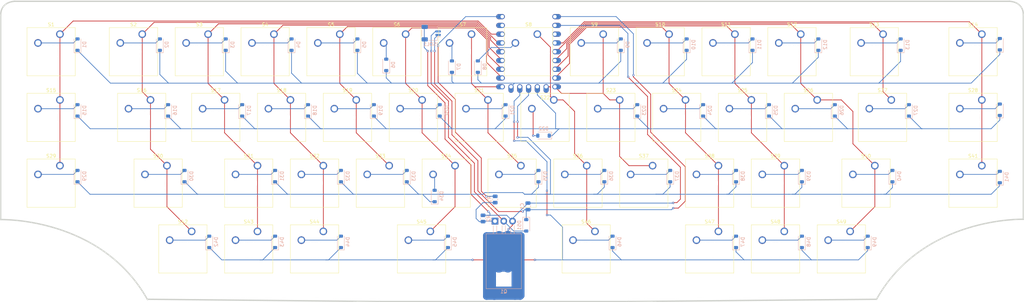
<source format=kicad_pcb>
(kicad_pcb (version 20241229) (generator "pcbnew") (generator_version "9.0")
  (layers (0 "F.Cu" signal) (2 "B.Cu" signal) (13 "F.Paste" user) (15 "B.Paste" user) (5 "F.SilkS" user "F.Silkscreen") (7 "B.SilkS" user "B.Silkscreen") (1 "F.Mask" user) (3 "B.Mask" user) (25 "Edge.Cuts" user))
  (net 0 "")
  (net 1 "Net-(D2-A)")
  (net 2 "col1")
  (net 3 "Net-(D1-A)")
  (net 4 "col2")
  (net 5 "col3")
  (net 6 "Net-(D3-A)")
  (net 7 "Net-(D4-A)")
  (net 8 "col4")
  (net 9 "Net-(D5-A)")
  (net 10 "col5")
  (net 11 "col6")
  (net 12 "Net-(D6-A)")
  (net 13 "col7")
  (net 14 "Net-(D7-A)")
  (net 15 "Net-(D8-A)")
  (net 16 "col8")
  (net 17 "col9")
  (net 18 "Net-(D9-A)")
  (net 19 "Net-(D10-A)")
  (net 20 "col10")
  (net 21 "col11")
  (net 22 "Net-(D11-A)")
  (net 23 "Net-(D12-A)")
  (net 24 "col12")
  (net 25 "Net-(D13-A)")
  (net 26 "Net-(D14-A)")
  (net 27 "Net-(D15-A)")
  (net 28 "Net-(D16-A)")
  (net 29 "Net-(D17-A)")
  (net 30 "Net-(D18-A)")
  (net 31 "Net-(D19-A)")
  (net 32 "Net-(D20-A)")
  (net 33 "Net-(D21-A)")
  (net 34 "Net-(D22-A)")
  (net 35 "Net-(D23-A)")
  (net 36 "Net-(D24-A)")
  (net 37 "Net-(D25-A)")
  (net 38 "Net-(D26-A)")
  (net 39 "Net-(D27-A)")
  (net 40 "Net-(D28-A)")
  (net 41 "Net-(D29-A)")
  (net 42 "Net-(D30-A)")
  (net 43 "Net-(D31-A)")
  (net 44 "Net-(D32-A)")
  (net 45 "Net-(D33-A)")
  (net 46 "Net-(D34-A)")
  (net 47 "Net-(D35-A)")
  (net 48 "Net-(D36-A)")
  (net 49 "Net-(D37-A)")
  (net 50 "Net-(D38-A)")
  (net 51 "Net-(D39-A)")
  (net 52 "Net-(D40-A)")
  (net 53 "Net-(D42-A)")
  (net 54 "Net-(D43-A)")
  (net 55 "col13")
  (net 56 "Net-(D44-A)")
  (net 57 "Net-(D45-A)")
  (net 58 "Net-(D46-A)")
  (net 59 "col0")
  (net 60 "Net-(D47-A)")
  (net 61 "Net-(D48-A)")
  (net 62 "Net-(D49-A)")
  (net 63 "row2")
  (net 64 "row1")
  (net 65 "row3")
  (net 66 "row0")
  (net 67 "/+5V_SOL")
  (net 68 "/SOLENOID_EN")
  (net 69 "/COIL_LOW")
  (net 70 "Net-(Q1-G)")
  (net 73 "/GND")
  (net 74 "Net-(D41-A)")
  (footprint "Button_Switch_Keyboard:SW_Cherry_MX_1.00u_PCB" (layer "F.Cu") (at 100.0125 38.1)
    (property "Reference" "S4")
    (property "Value" "W")
  )
  (footprint "Button_Switch_Keyboard:SW_Cherry_MX_1.00u_PCB" (layer "F.Cu") (at 76.2 95.25)
    (property "Reference" "S42")
    (property "Value" "Ctrl")
  )
  (footprint "Button_Switch_Keyboard:SW_Cherry_MX_1.00u_PCB" (layer "F.Cu") (at 304.8 76.2)
    (property "Reference" "S41")
    (property "Value" "m6")
  )
  (footprint "Button_Switch_Keyboard:SW_Cherry_MX_2.25u_PCB" (layer "F.Cu") (at 145.25625 95.25)
    (property "Reference" "S45")
    (property "Value" "LeftSpace")
  )
  (footprint "Button_Switch_Keyboard:SW_Cherry_MX_1.00u_PCB" (layer "F.Cu") (at 38.1 38.1)
    (property "Reference" "S1")
    (property "Value" "m1")
  )
  (footprint "Button_Switch_Keyboard:SW_Cherry_MX_1.25u_PCB" (layer "F.Cu") (at 278.60625 57.15)
    (property "Reference" "S27")
    (property "Value" "Enter")
  )
  (footprint "Button_Switch_Keyboard:SW_Cherry_MX_1.00u_PCB" (layer "F.Cu") (at 228.6 76.2)
    (property "Reference" "S38")
    (property "Value" ",")
  )
  (footprint "Button_Switch_Keyboard:SW_Cherry_MX_1.00u_PCB" (layer "F.Cu") (at 61.9125 38.1)
    (property "Reference" "S2")
    (property "Value" "Esc")
  )
  (footprint "Button_Switch_Keyboard:SW_Cherry_MX_1.00u_PCB" (layer "F.Cu") (at 138.1125 38.1)
    (property "Reference" "S6")
    (property "Value" "R")
  )
  (footprint "Button_Switch_Keyboard:SW_Cherry_MX_1.00u_PCB" (layer "F.Cu") (at 171.45 76.2)
    (property "Reference" "S35")
    (property "Value" "B")
  )
  (footprint "Button_Switch_Keyboard:SW_Cherry_MX_1.00u_PCB" (layer "F.Cu") (at 190.5 76.2)
    (property "Reference" "S36")
    (property "Value" "N")
  )
  (footprint "Button_Switch_Keyboard:SW_Cherry_MX_1.00u_PCB" (layer "F.Cu") (at 142.875 57.15)
    (property "Reference" "S20")
    (property "Value" "F")
  )
  (footprint "Button_Switch_Keyboard:SW_Cherry_MX_1.00u_PCB" (layer "F.Cu") (at 247.65 76.2)
    (property "Reference" "S39")
    (property "Value" "Up")
  )
  (footprint "Button_Switch_Keyboard:SW_Cherry_MX_1.00u_PCB" (layer "F.Cu") (at 304.8 38.1)
    (property "Reference" "S14")
    (property "Value" "m4")
  )
  (footprint "Button_Switch_Keyboard:SW_Cherry_MX_2.75u_PCB" (layer "F.Cu") (at 192.88125 95.25)
    (property "Reference" "S46")
    (property "Value" "RightSpace")
  )
  (footprint "Button_Switch_Keyboard:SW_Cherry_MX_1.00u_PCB" (layer "F.Cu") (at 214.3125 38.1)
    (property "Reference" "S10")
    (property "Value" "I")
  )
  (footprint "Button_Switch_Keyboard:SW_Cherry_MX_1.00u_PCB" (layer "F.Cu") (at 266.7 95.25)
    (property "Reference" "S49")
    (property "Value" "Right")
  )
  (footprint "Button_Switch_Keyboard:SW_Cherry_MX_1.00u_PCB" (layer "F.Cu") (at 157.1625 38.1)
    (property "Reference" "S7")
    (property "Value" "T")
  )
  (footprint "Button_Switch_Keyboard:SW_Cherry_MX_1.00u_PCB" (layer "F.Cu") (at 219.075 57.15)
    (property "Reference" "S24")
    (property "Value" "K")
  )
  (footprint "Button_Switch_Keyboard:SW_Cherry_MX_1.00u_PCB" (layer "F.Cu") (at 176.2125 38.1)
    (property "Reference" "S8")
    (property "Value" "Y")
  )
  (footprint "Button_Switch_Keyboard:SW_Cherry_MX_1.00u_PCB" (layer "F.Cu") (at 80.9625 38.1)
    (property "Reference" "S3")
    (property "Value" "Q")
  )
  (footprint "Button_Switch_Keyboard:SW_Cherry_MX_1.00u_PCB" (layer "F.Cu") (at 133.35 76.2)
    (property "Reference" "S33")
    (property "Value" "C")
  )
  (footprint "Button_Switch_Keyboard:SW_Cherry_MX_1.00u_PCB" (layer "F.Cu") (at 152.4 76.2)
    (property "Reference" "S34")
    (property "Value" "V")
  )
  (footprint "Button_Switch_Keyboard:SW_Cherry_MX_1.00u_PCB" (layer "F.Cu") (at 38.1 57.15)
    (property "Reference" "S15")
    (property "Value" "m2")
  )
  (footprint "Button_Switch_Keyboard:SW_Cherry_MX_1.00u_PCB" (layer "F.Cu") (at 104.775 57.15)
    (property "Reference" "S18")
    (property "Value" "S")
  )
  (footprint "Button_Switch_Keyboard:SW_Cherry_MX_1.00u_PCB" (layer "F.Cu") (at 95.25 76.2)
    (property "Reference" "S31")
    (property "Value" "Z")
  )
  (footprint "Button_Switch_Keyboard:SW_Cherry_MX_1.00u_PCB" (layer "F.Cu") (at 233.3625 38.1)
    (property "Reference" "S11")
    (property "Value" "O")
  )
  (footprint "Button_Switch_Keyboard:SW_Cherry_MX_1.00u_PCB" (layer "F.Cu") (at 257.175 57.15)
    (property "Reference" "S26")
    (property "Value" ";")
  )
  (footprint "Button_Switch_Keyboard:SW_Cherry_MX_1.00u_PCB" (layer "F.Cu") (at 38.1 76.2)
    (property "Reference" "S29")
    (property "Value" "m3")
  )
  (footprint "Button_Switch_Keyboard:SW_Cherry_MX_1.00u_PCB" (layer "F.Cu") (at 252.4125 38.1)
    (property "Reference" "S12")
    (property "Value" "P")
  )
  (footprint "Button_Switch_Keyboard:SW_Cherry_MX_1.00u_PCB" (layer "F.Cu") (at 161.925 57.15)
    (property "Reference" "S21")
    (property "Value" "G")
  )
  (footprint "Button_Switch_Keyboard:SW_Cherry_MX_1.75u_PCB" (layer "F.Cu") (at 69.05625 76.2)
    (property "Reference" "S30")
    (property "Value" "Shift")
  )
  (footprint "Button_Switch_Keyboard:SW_Cherry_MX_1.00u_PCB" (layer "F.Cu") (at 228.6 95.25)
    (property "Reference" "S47")
    (property "Value" "Left")
  )
  (footprint "Button_Switch_Keyboard:SW_Cherry_MX_1.00u_PCB" (layer "F.Cu") (at 114.3 76.2)
    (property "Reference" "S32")
    (property "Value" "X")
  )
  (footprint "Button_Switch_Keyboard:SW_Cherry_MX_1.50u_PCB" (layer "F.Cu") (at 276.225 38.1)
    (property "Reference" "S13")
    (property "Value" "Backspace")
  )
  (footprint "Button_Switch_Keyboard:SW_Cherry_MX_1.00u_PCB" (layer "F.Cu") (at 95.25 95.25)
    (property "Reference" "S43")
    (property "Value" "Windows")
  )
  (footprint "Button_Switch_Keyboard:SW_Cherry_MX_1.00u_PCB" (layer "F.Cu") (at 304.8 57.15)
    (property "Reference" "S28")
    (property "Value" "m5")
  )
  (footprint "Button_Switch_Keyboard:SW_Cherry_MX_1.00u_PCB" (layer "F.Cu") (at 238.125 57.15)
    (property "Reference" "S25")
    (property "Value" "L")
  )
  (footprint "Button_Switch_Keyboard:SW_Cherry_MX_1.00u_PCB" (layer "F.Cu") (at 119.0625 38.1)
    (property "Reference" "S5")
    (property "Value" "E")
  )
  (footprint "Button_Switch_Keyboard:SW_Cherry_MX_1.75u_PCB" (layer "F.Cu") (at 273.84375 76.2)
    (property "Reference" "S40")
    (property "Value" "Fn")
  )
  (footprint "Button_Switch_Keyboard:SW_Cherry_MX_1.00u_PCB" (layer "F.Cu") (at 123.825 57.15)
    (property "Reference" "S19")
    (property "Value" "D")
  )
  (footprint "Button_Switch_Keyboard:SW_Cherry_MX_1.00u_PCB" (layer "F.Cu") (at 114.3 95.25)
    (property "Reference" "S44")
    (property "Value" "Alt")
  )
  (footprint "Button_Switch_Keyboard:SW_Cherry_MX_1.25u_PCB" (layer "F.Cu") (at 64.29375 57.15)
    (property "Reference" "S16")
    (property "Value" "Tab")
  )
  (footprint "Button_Switch_Keyboard:SW_Cherry_MX_1.00u_PCB" (layer "F.Cu") (at 247.65 95.25)
    (property "Reference" "S48")
    (property "Value" "Down")
  )
  (footprint "Button_Switch_Keyboard:SW_Cherry_MX_1.00u_PCB" (layer "F.Cu") (at 200.025 57.15)
    (property "Reference" "S23")
    (property "Value" "J")
  )
  (footprint "Button_Switch_Keyboard:SW_Cherry_MX_1.00u_PCB" (layer "F.Cu") (at 209.55 76.2)
    (property "Reference" "S37")
    (property "Value" "M")
  )
  (footprint "Button_Switch_Keyboard:SW_Cherry_MX_1.00u_PCB" (layer "F.Cu") (at 195.2625 38.1)
    (property "Reference" "S9")
    (property "Value" "U")
  )
  (footprint "Button_Switch_Keyboard:SW_Cherry_MX_1.00u_PCB" (layer "F.Cu") (at 85.725 57.15)
    (property "Reference" "S17")
    (property "Value" "A")
  )
  (footprint "Button_Switch_Keyboard:SW_Cherry_MX_1.00u_PCB" (layer "F.Cu") (at 180.975 57.15)
    (property "Reference" "S22")
    (property "Value" "H")
  )
  (footprint "Connector_JST:JST_SH_SM02B-SRSS-TB_1x02-1MP_P1.00mm_Horizontal" (layer "B.Cu") (at 145.5 37.8 90)
    (property "Reference" "JSOL1")
    (property "Value" "Conn_01x02_MountingPin")
  )
  (footprint "Diode_SMD:D_SOD-123" (layer "B.Cu") (at 233.68 98.28 90)
    (property "Reference" "D47")
    (property "Value" "Diode")
  )
  (footprint "Diode_SMD:D_SOD-123" (layer "B.Cu") (at 176.53 79.23 90)
    (property "Reference" "D35")
    (property "Value" "Diode")
  )
  (footprint "Diode_SMD:D_SOD-123" (layer "B.Cu") (at 100.33 79.23 90)
    (property "Reference" "D31")
    (property "Value" "Diode")
  )
  (footprint "Diode_SMD:D_SOD-123" (layer "B.Cu") (at 146.5 85 90)
    (property "Reference" "D34")
    (property "Value" "Diode")
  )
  (footprint "Diode_SMD:D_SOD-123" (layer "B.Cu") (at 283.68625 60.18 90)
    (property "Reference" "D27")
    (property "Value" "Diode")
  )
  (footprint "Package_TO_SOT_THT:TO-220-3_Horizontal_TabDown" (layer "B.Cu") (at 163.96 92.27)
    (property "Reference" "Q1")
    (property "Value" "Q_NMOS_GDS")
  )
  (footprint "Diode_SMD:D_SOD-123" (layer "B.Cu") (at 224.155 60.18 90)
    (property "Reference" "D24")
    (property "Value" "Diode")
  )
  (footprint "Diode_SMD:D_SOD-123" (layer "B.Cu") (at 205.105 60.18 90)
    (property "Reference" "D23")
    (property "Value" "Diode")
  )
  (footprint "Diode_SMD:D_SOD-123" (layer "B.Cu") (at 243.205 60.18 90)
    (property "Reference" "D25")
    (property "Value" "Diode")
  )
  (footprint "Diode_SMD:D_SOD-123" (layer "B.Cu") (at 128.905 60.18 90)
    (property "Reference" "D19")
    (property "Value" "Diode")
  )
  (footprint "Diode_SMD:D_SOD-123" (layer "B.Cu") (at 43.18 79.23 90)
    (property "Reference" "D29")
    (property "Value" "Diode")
  )
  (footprint "Diode_SMD:D_SOD-123" (layer "B.Cu") (at 69.37375 60.18 90)
    (property "Reference" "D16")
    (property "Value" "Diode")
  )
  (footprint "Diode_SMD:D_SOD-123" (layer "B.Cu") (at 310 79.5 90)
    (property "Reference" "D41")
    (property "Value" "Diode")
  )
  (footprint "Diode_SMD:D_SOD-123" (layer "B.Cu") (at 271.78 98.28 90)
    (property "Reference" "D49")
    (property "Value" "Diode")
  )
  (footprint "Diode_SMD:D_SOD-123" (layer "B.Cu") (at 195.58 79.23 90)
    (property "Reference" "D36")
    (property "Value" "Diode")
  )
  (footprint "Diode_SMD:D_SOD-123" (layer "B.Cu") (at 150.33625 98.28 90)
    (property "Reference" "D45")
    (property "Value" "Diode")
  )
  (footprint "Diode_SMD:D_SOD-123" (layer "B.Cu") (at 159 47.5 90)
    (property "Reference" "D8")
    (property "Value" "Diode")
  )
  (footprint "Diode_SMD:D_SOD-123" (layer "B.Cu") (at 173 93.5 -90)
    (property "Reference" "D51")
    (property "Value" "D_Schottky")
  )
  (footprint "Diode_SMD:D_SOD-123" (layer "B.Cu") (at 43.18 41.13 90)
    (property "Reference" "D1")
    (property "Value" "Diode")
  )
  (footprint "Diode_SMD:D_SOD-123" (layer "B.Cu") (at 252.73 98.28 90)
    (property "Reference" "D48")
    (property "Value" "Diode")
  )
  (footprint "Diode_SMD:D_SOD-123" (layer "B.Cu") (at 119.38 98.28 90)
    (property "Reference" "D44")
    (property "Value" "Diode")
  )
  (footprint "Diode_SMD:D_SOD-123" (layer "B.Cu") (at 90.805 60.18 90)
    (property "Reference" "D17")
    (property "Value" "Diode")
  )
  (footprint "ScottoKeebs_MCU:RP2040_Zero" (layer "B.Cu") (at 173.6725 43.18 180)
    (property "Reference" "U1" (hide yes))
    (property "Value" "RP2040_Zero" (hide yes))
  )
  (footprint "Diode_SMD:D_SOD-123" (layer "B.Cu") (at 124.1425 41.13 90)
    (property "Reference" "D5")
    (property "Value" "Diode")
  )
  (footprint "Diode_SMD:D_SOD-123" (layer "B.Cu") (at 178 67.5 180)
    (property "Reference" "D22")
    (property "Value" "Diode")
  )
  (footprint "Diode_SMD:D_SOD-123" (layer "B.Cu") (at 66.9925 41.13 90)
    (property "Reference" "D2")
    (property "Value" "Diode")
  )
  (footprint "Resistor_SMD:R_0805_2012Metric" (layer "B.Cu") (at 160.5 91.5 90)
    (property "Reference" "R2")
    (property "Value" "100k")
  )
  (footprint "Diode_SMD:D_SOD-123" (layer "B.Cu") (at 147.955 60.18 90)
    (property "Reference" "D20")
    (property "Value" "Diode")
  )
  (footprint "Diode_SMD:D_SOD-123" (layer "B.Cu") (at 257.4925 41.13 90)
    (property "Reference" "D12")
    (property "Value" "Diode")
  )
  (footprint "Diode_SMD:D_SOD-123" (layer "B.Cu") (at 119.38 79.23 90)
    (property "Reference" "D32")
    (property "Value" "Diode")
  )
  (footprint "Diode_SMD:D_SOD-123" (layer "B.Cu") (at 138.43 79.23 90)
    (property "Reference" "D33")
    (property "Value" "Diode")
  )
  (footprint "Resistor_SMD:R_0805_2012Metric" (layer "B.Cu") (at 164 86 -90)
    (property "Reference" "R1")
    (property "Value" "100")
  )
  (footprint "Diode_SMD:D_SOD-123" (layer "B.Cu") (at 214.63 79.23 90)
    (property "Reference" "D37")
    (property "Value" "Diode")
  )
  (footprint "Diode_SMD:D_SOD-123" (layer "B.Cu") (at 109.855 60.18 90)
    (property "Reference" "D18")
    (property "Value" "Diode")
  )
  (footprint "Diode_SMD:D_SOD-123" (layer "B.Cu") (at 233.68 79.23 90)
    (property "Reference" "D38")
    (property "Value" "Diode")
  )
  (footprint "Diode_SMD:D_SOD-123" (layer "B.Cu") (at 81.28 98.28 90)
    (property "Reference" "D42")
    (property "Value" "Diode")
  )
  (footprint "Diode_SMD:D_SOD-123" (layer "B.Cu") (at 200.3425 41.13 90)
    (property "Reference" "D9")
    (property "Value" "Diode")
  )
  (footprint "Diode_SMD:D_SOD-123" (layer "B.Cu") (at 197.96125 98.28 90)
    (property "Reference" "D46")
    (property "Value" "Diode")
  )
  (footprint "Diode_SMD:D_SOD-123" (layer "B.Cu") (at 105.0925 41.13 90)
    (property "Reference" "D4")
    (property "Value" "Diode")
  )
  (footprint "Diode_SMD:D_SOD-123" (layer "B.Cu") (at 281.305 41.13 90)
    (property "Reference" "D13")
    (property "Value" "Diode")
  )
  (footprint "Diode_SMD:D_SOD-123" (layer "B.Cu") (at 132.5 47 90)
    (property "Reference" "D6")
    (property "Value" "Diode")
  )
  (footprint "Diode_SMD:D_SOD-123" (layer "B.Cu") (at 310 41 90)
    (property "Reference" "D14" (hide yes))
    (property "Value" "Diode")
  )
  (footprint "Diode_SMD:D_SOD-123" (layer "B.Cu") (at 262.255 60.18 90)
    (property "Reference" "D26")
    (property "Value" "Diode")
  )
  (footprint "Diode_SMD:D_SOD-123" (layer "B.Cu") (at 238.4425 41.13 90)
    (property "Reference" "D11")
    (property "Value" "Diode")
  )
  (footprint "Diode_SMD:D_SOD-123" (layer "B.Cu") (at 43.18 60.18 90)
    (property "Reference" "D15")
    (property "Value" "Diode")
  )
  (footprint "Diode_SMD:D_SOD-123" (layer "B.Cu") (at 86.0425 41.13 90)
    (property "Reference" "D3")
    (property "Value" "Diode")
  )
  (footprint "Capacitor_SMD:C_0805_2012Metric" (layer "B.Cu") (at 173.5 88 -90)
    (property "Reference" "C1")
    (property "Value" "0.1uF")
  )
  (footprint "Diode_SMD:D_SOD-123" (layer "B.Cu") (at 167.005 60.18 90)
    (property "Reference" "D21")
    (property "Value" "Diode")
  )
  (footprint "Diode_SMD:D_SOD-123" (layer "B.Cu") (at 219.3925 41.13 90)
    (property "Reference" "D10")
    (property "Value" "Diode")
  )
  (footprint "Diode_SMD:D_SOD-123" (layer "B.Cu") (at 310 60 90)
    (property "Reference" "D28" (hide yes))
    (property "Value" "Diode")
  )
  (footprint "Diode_SMD:D_SOD-123" (layer "B.Cu") (at 100.33 98.28 90)
    (property "Reference" "D43")
    (property "Value" "Diode")
  )
  (footprint "Diode_SMD:D_SOD-123" (layer "B.Cu") (at 278.92375 79.23 90)
    (property "Reference" "D40")
    (property "Value" "Diode")
  )
  (footprint "Diode_SMD:D_SOD-123" (layer "B.Cu") (at 74.13625 79.23 90)
    (property "Reference" "D30")
    (property "Value" "Diode")
  )
  (footprint "Diode_SMD:D_SOD-123" (layer "B.Cu") (at 252.73 79.23 90)
    (property "Reference" "D39")
    (property "Value" "Diode")
  )
  (footprint "Diode_SMD:D_SOD-123" (layer "B.Cu") (at 151.5 47.5 90)
    (property "Reference" "D7")
    (property "Value" "Diode")
  )
  (gr_curve (pts (xy 20.96 32.629372) (xy 20.96 28.58) (xy 25.009372 28.58) (xy 25.009372 28.58)) (stroke (width 0.4)) (layer "Edge.Cuts"))
  (gr_line (start 316.804455 32.532166) (end 316.804455 91.733422) (stroke (width 0.4)) (layer "Edge.Cuts"))
  (gr_curve (pts (xy 274.331764 114.924668) (xy 287.764455 90.902794) (xy 316.804455 91.733422) (xy 316.804455 91.733422)) (stroke (width 0.4)) (layer "Edge.Cuts"))
  (gr_line (start 202.527023 115.57) (end 130.528867 115.57) (stroke (width 0.4)) (layer "Edge.Cuts"))
  (gr_line (start 274.331764 114.924668) (end 202.527023 115.57) (stroke (width 0.4)) (layer "Edge.Cuts"))
  (gr_curve (pts (xy 63.432691 115.021874) (xy 50 91) (xy 20.96 91.830628) (xy 20.96 91.830628)) (stroke (width 0.4)) (layer "Edge.Cuts"))
  (gr_line (start 130.528867 115.57) (end 63.485835 114.924279) (stroke (width 0.4)) (layer "Edge.Cuts"))
  (gr_line (start 25.009372 28.58) (end 312.810628 28.58) (stroke (width 0.4)) (layer "Edge.Cuts"))
  (gr_arc (start 63.485835 114.924279) (mid 63.459291 114.973092) (end 63.432691 115.021874) (stroke (width 0.05)) (layer "Edge.Cuts"))
  (gr_curve (pts (xy 316.804455 32.532166) (xy 316.804455 28.58) (xy 312.810628 28.58) (xy 312.810628 28.58)) (stroke (width 0.4)) (layer "Edge.Cuts"))
  (gr_line (start 20.96 91.830628) (end 20.96 32.629372) (stroke (width 0.4)) (layer "Edge.Cuts"))
  (segment (start 65.8325 40.64) (end 55.5625 40.64) (width 0.2) (layer "B.Cu") (net 1))
  (segment (start 66.9925 39.48) (end 65.8325 40.64) (width 0.2) (layer "B.Cu") (net 1))
  (segment (start 61.9125 54.76875) (end 61.9125 38.1) (width 0.2) (layer "F.Cu") (net 2))
  (segment (start 64.29375 57.15) (end 64.29375 71.4375) (width 0.2) (layer "F.Cu") (net 2))
  (segment (start 158.92614 34.698) (end 163.104 38.87586) (width 0.2) (layer "F.Cu") (net 2))
  (segment (start 64.29375 57.15) (end 61.9125 54.76875) (width 0.2) (layer "F.Cu") (net 2))
  (segment (start 61.9125 38.1) (end 65.3145 34.698) (width 0.2) (layer "F.Cu") (net 2))
  (segment (start 164.86814 40.64) (end 163.104 38.87586) (width 0.2) (layer "F.Cu") (net 2))
  (segment (start 166.0525 40.64) (end 164.86814 40.64) (width 0.2) (layer "F.Cu") (net 2))
  (segment (start 69.05625 88.10625) (end 76.2 95.25) (width 0.2) (layer "F.Cu") (net 2))
  (segment (start 65.3145 34.698) (end 158.92614 34.698) (width 0.2) (layer "F.Cu") (net 2))
  (segment (start 69.05625 76.2) (end 69.05625 88.10625) (width 0.2) (layer "F.Cu") (net 2))
  (segment (start 64.29375 71.4375) (end 69.05625 76.2) (width 0.2) (layer "F.Cu") (net 2))
  (segment (start 43.18 39.48) (end 42.02 40.64) (width 0.2) (layer "B.Cu") (net 3))
  (segment (start 42.02 40.64) (end 31.75 40.64) (width 0.2) (layer "B.Cu") (net 3))
  (segment (start 83.9635 35.099) (end 80.9625 38.1) (width 0.2) (layer "F.Cu") (net 4))
  (segment (start 158.76004 35.099) (end 83.9635 35.099) (width 0.2) (layer "F.Cu") (net 4))
  (segment (start 85.725 66.675) (end 95.25 76.2) (width 0.2) (layer "F.Cu") (net 4))
  (segment (start 162.703 39.8305) (end 162.703 39.04196) (width 0.2) (layer "F.Cu") (net 4))
  (segment (start 85.725 57.15) (end 85.725 66.675) (width 0.2) (layer "F.Cu") (net 4))
  (segment (start 80.9625 38.1) (end 80.9625 52.3875) (width 0.2) (layer "F.Cu") (net 4))
  (segment (start 162.703 39.04196) (end 158.76004 35.099) (width 0.2) (layer "F.Cu") (net 4))
  (segment (start 80.9625 52.3875) (end 85.725 57.15) (width 0.2) (layer "F.Cu") (net 4))
  (segment (start 95.25 95.25) (end 95.25 76.2) (width 0.2) (layer "F.Cu") (net 4))
  (segment (start 166.0525 43.18) (end 162.703 39.8305) (width 0.2) (layer "F.Cu") (net 4))
  (segment (start 166.0525 45.72) (end 162.302 41.9695) (width 0.2) (layer "F.Cu") (net 5))
  (segment (start 104.775 57.15) (end 104.775 66.675) (width 0.2) (layer "F.Cu") (net 5))
  (segment (start 100.0125 38.1) (end 102.6125 35.5) (width 0.2) (layer "F.Cu") (net 5))
  (segment (start 100.0125 38.1) (end 100.0125 52.3875) (width 0.2) (layer "F.Cu") (net 5))
  (segment (start 100.0125 52.3875) (end 104.775 57.15) (width 0.2) (layer "F.Cu") (net 5))
  (segment (start 162.302 39.20806) (end 162.302 40) (width 0.2) (layer "F.Cu") (net 5))
  (segment (start 104.775 66.675) (end 114.3 76.2) (width 0.2) (layer "F.Cu") (net 5))
  (segment (start 162.302 41.9695) (end 162.302 40) (width 0.2) (layer "F.Cu") (net 5))
  (segment (start 158.59394 35.5) (end 162.302 39.20806) (width 0.2) (layer "F.Cu") (net 5))
  (segment (start 102.6125 35.5) (end 158.59394 35.5) (width 0.2) (layer "F.Cu") (net 5))
  (segment (start 114.3 76.2) (end 114.3 95.25) (width 0.2) (layer "F.Cu") (net 5))
  (segment (start 86.0425 39.48) (end 84.8825 40.64) (width 0.2) (layer "B.Cu") (net 6))
  (segment (start 84.8825 40.64) (end 74.6125 40.64) (width 0.2) (layer "B.Cu") (net 6))
  (segment (start 103.9325 40.64) (end 93.6625 40.64) (width 0.2) (layer "B.Cu") (net 7))
  (segment (start 105.0925 39.48) (end 103.9325 40.64) (width 0.2) (layer "B.Cu") (net 7))
  (segment (start 119.0625 38.1) (end 119.0625 52.3875) (width 0.2) (layer "F.Cu") (net 8))
  (segment (start 166.0525 48.26) (end 161.901 44.1085) (width 0.2) (layer "F.Cu") (net 8))
  (segment (start 121.2615 35.901) (end 119.0625 38.1) (width 0.2) (layer "F.Cu") (net 8))
  (segment (start 123.825 66.675) (end 133.35 76.2) (width 0.2) (layer "F.Cu") (net 8))
  (segment (start 161.901 39.37416) (end 158.42784 35.901) (width 0.2) (layer "F.Cu") (net 8))
  (segment (start 158.42784 35.901) (end 121.2615 35.901) (width 0.2) (layer "F.Cu") (net 8))
  (segment (start 123.825 57.15) (end 123.825 66.675) (width 0.2) (layer "F.Cu") (net 8))
  (segment (start 161.901 42.5) (end 161.901 39.37416) (width 0.2) (layer "F.Cu") (net 8))
  (segment (start 161.901 44.1085) (end 161.901 42.5) (width 0.2) (layer "F.Cu") (net 8))
  (segment (start 119.0625 52.3875) (end 123.825 57.15) (width 0.2) (layer "F.Cu") (net 8))
  (segment (start 122.9825 40.64) (end 112.7125 40.64) (width 0.2) (layer "B.Cu") (net 9))
  (segment (start 124.1425 39.48) (end 122.9825 40.64) (width 0.2) (layer "B.Cu") (net 9))
  (segment (start 139.9105 36.302) (end 158.26174 36.302) (width 0.2) (layer "F.Cu") (net 10))
  (segment (start 161.5 39.54026) (end 161.5 44.5) (width 0.2) (layer "F.Cu") (net 10))
  (segment (start 161.5 46.2475) (end 161.5 44.5) (width 0.2) (layer "F.Cu") (net 10))
  (segment (start 166.0525 50.8) (end 161.5 46.2475) (width 0.2) (layer "F.Cu") (net 10))
  (segment (start 142.875 57.15) (end 142.875 66.675) (width 0.2) (layer "F.Cu") (net 10))
  (segment (start 152.4 88.10625) (end 145.25625 95.25) (width 0.2) (layer "F.Cu") (net 10))
  (segment (start 138.1125 38.1) (end 138.1125 52.3875) (width 0.2) (layer "F.Cu") (net 10))
  (segment (start 138.1125 52.3875) (end 142.875 57.15) (width 0.2) (layer "F.Cu") (net 10))
  (segment (start 138.1125 38.1) (end 139.9105 36.302) (width 0.2) (layer "F.Cu") (net 10))
  (segment (start 152.4 76.2) (end 152.4 88.10625) (width 0.2) (layer "F.Cu") (net 10))
  (segment (start 142.875 66.675) (end 152.4 76.2) (width 0.2) (layer "F.Cu") (net 10))
  (segment (start 158.26174 36.302) (end 161.5 39.54026) (width 0.2) (layer "F.Cu") (net 10))
  (segment (start 158.16 53.34) (end 158.1375 53.3625) (width 0.2) (layer "F.Cu") (net 11))
  (segment (start 161.925 57.15) (end 158.1375 53.3625) (width 0.2) (layer "F.Cu") (net 11))
  (segment (start 171.45 76.2) (end 161.925 66.675) (width 0.2) (layer "F.Cu") (net 11))
  (segment (start 158.1375 53.3625) (end 157.1625 52.3875) (width 0.2) (layer "F.Cu") (net 11))
  (segment (start 157.1625 52.3875) (end 157.1625 38.1) (width 0.2) (layer "F.Cu") (net 11))
  (segment (start 166.0525 53.34) (end 158.16 53.34) (width 0.2) (layer "F.Cu") (net 11))
  (segment (start 161.925 66.675) (end 161.925 57.15) (width 0.2) (layer "F.Cu") (net 11))
  (segment (start 132.5 41.3775) (end 131.7625 40.64) (width 0.2) (layer "B.Cu") (net 12))
  (segment (start 132.5 45.35) (end 132.5 41.3775) (width 0.2) (layer "B.Cu") (net 12))
  (segment (start 180 56.175) (end 180.975 57.15) (width 0.2) (layer "F.Cu") (net 13))
  (segment (start 176.2125 38.1) (end 180 41.8875) (width 0.2) (layer "F.Cu") (net 13))
  (segment (start 180.975 57.15) (end 183.65 57.15) (width 0.2) (layer "F.Cu") (net 13))
  (segment (start 190.5 92.86875) (end 192.88125 95.25) (width 0.2) (layer "F.Cu") (net 13))
  (segment (start 178.7525 53.34) (end 179.84 53.34) (width 0.2) (layer "F.Cu") (net 13))
  (segment (start 187 72.7) (end 190.5 76.2) (width 0.2) (layer "F.Cu") (net 13))
  (segment (start 180 53.5) (end 180 56.175) (width 0.2) (layer "F.Cu") (net 13))
  (segment (start 179.84 53.34) (end 180 53.5) (width 0.2) (layer "F.Cu") (net 13))
  (segment (start 183.65 57.15) (end 187 60.5) (width 0.2) (layer "F.Cu") (net 13))
  (segment (start 190.5 76.2) (end 190.5 92.86875) (width 0.2) (layer "F.Cu") (net 13))
  (segment (start 180 41.8875) (end 180 53.5) (width 0.2) (layer "F.Cu") (net 13))
  (segment (start 187 60.5) (end 187 72.7) (width 0.2) (layer "F.Cu") (net 13))
  (segment (start 151.5 41.3275) (end 150.8125 40.64) (width 0.2) (layer "B.Cu") (net 14))
  (segment (start 151.5 45.85) (end 151.5 41.3275) (width 0.2) (layer "B.Cu") (net 14))
  (segment (start 162.871 41.979) (end 168.5235 41.979) (width 0.2) (layer "B.Cu") (net 15))
  (segment (start 168.5235 41.979) (end 169.8625 40.64) (width 0.2) (layer "B.Cu") (net 15))
  (segment (start 159 45.85) (end 162.871 41.979) (width 0.2) (layer "B.Cu") (net 15))
  (segment (start 200.025 73.525) (end 202.7 76.2) (width 0.2) (layer "F.Cu") (net 16))
  (segment (start 195.2625 50.8) (end 195.2625 45.5) (width 0.2) (layer "F.Cu") (net 16))
  (segment (start 183.215 55.2625) (end 195.2625 55.2625) (width 0.2) (layer "F.Cu") (net 16))
  (segment (start 200.025 57.15) (end 200.025 73.525) (width 0.2) (layer "F.Cu") (net 16))
  (segment (start 195.2625 38.1) (end 195.2625 45.5) (width 0.2) (layer "F.Cu") (net 16))
  (segment (start 195.2625 55.2625) (end 197.15 57.15) (width 0.2) (layer "F.Cu") (net 16))
  (segment (start 202.7 76.2) (end 209.55 76.2) (width 0.2) (layer "F.Cu") (net 16))
  (segment (start 197.15 57.15) (end 200.025 57.15) (width 0.2) (layer "F.Cu") (net 16))
  (segment (start 195.2625 55.2625) (end 195.2625 50.8) (width 0.2) (layer "F.Cu") (net 16))
  (segment (start 183.215 55.2625) (end 181.2925 53.34) (width 0.2) (layer "F.Cu") (net 16))
  (segment (start 181.4925 51) (end 181.2925 50.8) (width 0.2) (layer "F.Cu") (net 17))
  (segment (start 228.6 76.2) (end 228.6 95.25) (width 0.2) (layer "F.Cu") (net 17))
  (segment (start 185.5 41.0671) (end 185.5 46.5925) (width 0.2) (layer "F.Cu") (net 17))
  (segment (start 185.5 46.5925) (end 181.2925 50.8) (width 0.2) (layer "F.Cu") (net 17))
  (segment (start 214.3125 52.3875) (end 219.075 57.15) (width 0.2) (layer "F.Cu") (net 17))
  (segment (start 212.3115 36.099) (end 190.4681 36.099) (width 0.2) (layer "F.Cu") (net 17))
  (segment (start 214.3125 38.1) (end 214.3125 52.3875) (width 0.2) (layer "F.Cu") (net 17))
  (segment (start 190.4681 36.099) (end 185.5 41.0671) (width 0.2) (layer "F.Cu") (net 17))
  (segment (start 219.075 66.675) (end 228.6 76.2) (width 0.2) (layer "F.Cu") (net 17))
  (segment (start 214.3125 38.1) (end 212.3115 36.099) (width 0.2) (layer "F.Cu") (net 17))
  (segment (start 219.075 57.15) (end 219.075 66.675) (width 0.2) (layer "F.Cu") (net 17))
  (segment (start 199.1825 40.64) (end 188.9125 40.64) (width 0.2) (layer "B.Cu") (net 18))
  (segment (start 200.3425 39.48) (end 199.1825 40.64) (width 0.2) (layer "B.Cu") (net 18))
  (segment (start 219.3925 39.48) (end 218.2325 40.64) (width 0.2) (layer "B.Cu") (net 19))
  (segment (start 218.2325 40.64) (end 207.9625 40.64) (width 0.2) (layer "B.Cu") (net 19))
  (segment (start 233.3625 38.1) (end 233.3625 52.3875) (width 0.2) (layer "F.Cu") (net 20))
  (segment (start 190.302 35.698) (end 230.9605 35.698) (width 0.2) (layer "F.Cu") (net 20))
  (segment (start 238.125 57.15) (end 238.125 66.675) (width 0.2) (layer "F.Cu") (net 20))
  (segment (start 185.099 40.901) (end 190.302 35.698) (width 0.2) (layer "F.Cu") (net 20))
  (segment (start 185.099 44.4535) (end 181.2925 48.26) (width 0.2) (layer "F.Cu") (net 20))
  (segment (start 181.2925 48.26) (end 182.99 48.26) (width 0.2) (layer "F.Cu") (net 20))
  (segment (start 233.3625 52.3875) (end 238.125 57.15) (width 0.2) (layer "F.Cu") (net 20))
  (segment (start 247.65 76.2) (end 247.65 95.25) (width 0.2) (layer "F.Cu") (net 20))
  (segment (start 185.099 40.901) (end 185.099 44.4535) (width 0.2) (layer "F.Cu") (net 20))
  (segment (start 230.9605 35.698) (end 233.3625 38.1) (width 0.2) (layer "F.Cu") (net 20))
  (segment (start 238.125 66.675) (end 247.65 76.2) (width 0.2) (layer "F.Cu") (net 20))
  (segment (start 267.5 69.85625) (end 267.5 60.499999) (width 0.2) (layer "F.Cu") (net 21))
  (segment (start 184.698 40.7349) (end 184.698 42.3145) (width 0.2) (layer "F.Cu") (net 21))
  (segment (start 252.4125 52.3875) (end 257.175 57.15) (width 0.2) (layer "F.Cu") (net 21))
  (segment (start 190.1359 35.297) (end 249.6095 35.297) (width 0.2) (layer "F.Cu") (net 21))
  (segment (start 252.4125 38.1) (end 252.4125 52.3875) (width 0.2) (layer "F.Cu") (net 21))
  (segment (start 184.698 42.3145) (end 181.2925 45.72) (width 0.2) (layer "F.Cu") (net 21))
  (segment (start 249.6095 35.297) (end 252.4125 38.1) (width 0.2) (layer "F.Cu") (net 21))
  (segment (start 273.84375 76.2) (end 273.84375 88.10625) (width 0.2) (layer "F.Cu") (net 21))
  (segment (start 273.84375 88.10625) (end 266.7 95.25) (width 0.2) (layer "F.Cu") (net 21))
  (segment (start 273.84375 76.2) (end 267.5 69.85625) (width 0.2) (layer "F.Cu") (net 21))
  (segment (start 267.5 60.499999) (end 264.150001 57.15) (width 0.2) (layer "F.Cu") (net 21))
  (segment (start 184.698 40.7349) (end 190.1359 35.297) (width 0.2) (layer "F.Cu") (net 21))
  (segment (start 264.150001 57.15) (end 257.175 57.15) (width 0.2) (layer "F.Cu") (net 21))
  (segment (start 238.4425 39.48) (end 237.2825 40.64) (width 0.2) (layer "B.Cu") (net 22))
  (segment (start 237.2825 40.64) (end 227.0125 40.64) (width 0.2) (layer "B.Cu") (net 22))
  (segment (start 256.3325 40.64) (end 246.0625 40.64) (width 0.2) (layer "B.Cu") (net 23))
  (segment (start 257.4925 39.48) (end 256.3325 40.64) (width 0.2) (layer "B.Cu") (net 23))
  (segment (start 181.6858 43.18) (end 189.9698 34.896) (width 0.2) (layer "F.Cu") (net 24))
  (segment (start 276.225 54.76875) (end 278.60625 57.15) (width 0.2) (layer "F.Cu") (net 24))
  (segment (start 273.021 34.896) (end 276.225 38.1) (width 0.2) (layer "F.Cu") (net 24))
  (segment (start 189.9698 34.896) (end 273.021 34.896) (width 0.2) (layer "F.Cu") (net 24))
  (segment (start 181.2925 43.18) (end 181.6858 43.18) (width 0.2) (layer "F.Cu") (net 24))
  (segment (start 276.225 38.1) (end 276.225 54.76875) (width 0.2) (layer "F.Cu") (net 24))
  (segment (start 182.32 43.18) (end 181.2925 43.18) (width 0.2) (layer "F.Cu") (net 24))
  (segment (start 280.145 40.64) (end 269.875 40.64) (width 0.2) (layer "B.Cu") (net 25))
  (segment (start 281.305 39.48) (end 280.145 40.64) (width 0.2) (layer "B.Cu") (net 25))
  (segment (start 308.86 40.64) (end 298.45 40.64) (width 0.2) (layer "B.Cu") (net 26))
  (segment (start 310 39.5) (end 308.86 40.64) (width 0.2) (layer "B.Cu") (net 26))
  (segment (start 310 39.35) (end 310 39.5) (width 0.2) (layer "B.Cu") (net 26))
  (segment (start 42.02 59.69) (end 31.75 59.69) (width 0.2) (layer "B.Cu") (net 27))
  (segment (start 43.18 58.53) (end 42.02 59.69) (width 0.2) (layer "B.Cu") (net 27))
  (segment (start 69.37375 58.53) (end 68.21375 59.69) (width 0.2) (layer "B.Cu") (net 28))
  (segment (start 68.21375 59.69) (end 57.94375 59.69) (width 0.2) (layer "B.Cu") (net 28))
  (segment (start 89.645 59.69) (end 79.375 59.69) (width 0.2) (layer "B.Cu") (net 29))
  (segment (start 90.805 58.53) (end 89.645 59.69) (width 0.2) (layer "B.Cu") (net 29))
  (segment (start 109.855 58.53) (end 108.695 59.69) (width 0.2) (layer "B.Cu") (net 30))
  (segment (start 108.695 59.69) (end 98.425 59.69) (width 0.2) (layer "B.Cu") (net 30))
  (segment (start 127.745 59.69) (end 117.475 59.69) (width 0.2) (layer "B.Cu") (net 31))
  (segment (start 128.905 58.53) (end 127.745 59.69) (width 0.2) (layer "B.Cu") (net 31))
  (segment (start 146.795 59.69) (end 136.525 59.69) (width 0.2) (layer "B.Cu") (net 32))
  (segment (start 147.955 58.53) (end 146.795 59.69) (width 0.2) (layer "B.Cu") (net 32))
  (segment (start 165.845 59.69) (end 155.575 59.69) (width 0.2) (layer "B.Cu") (net 33))
  (segment (start 167.005 58.53) (end 165.845 59.69) (width 0.2) (layer "B.Cu") (net 33))
  (segment (start 175 67.5) (end 175 60.065) (width 0.2) (layer "F.Cu") (net 34))
  (segment (start 175 60.065) (end 174.625 59.69) (width 0.2) (layer "F.Cu") (net 34))
  (via (at 175 67.5) (size 0.6) (drill 0.3) (layers "F.Cu" "B.Cu") (net 34))
  (segment (start 175 67.5) (end 176.35 67.5) (width 0.2) (layer "B.Cu") (net 34))
  (segment (start 205.105 58.53) (end 203.945 59.69) (width 0.2) (layer "B.Cu") (net 35))
  (segment (start 203.945 59.69) (end 193.675 59.69) (width 0.2) (layer "B.Cu") (net 35))
  (segment (start 224.155 58.53) (end 222.995 59.69) (width 0.2) (layer "B.Cu") (net 36))
  (segment (start 222.995 59.69) (end 212.725 59.69) (width 0.2) (layer "B.Cu") (net 36))
  (segment (start 242.045 59.69) (end 231.775 59.69) (width 0.2) (layer "B.Cu") (net 37))
  (segment (start 243.205 58.53) (end 242.045 59.69) (width 0.2) (layer "B.Cu") (net 37))
  (segment (start 262.255 58.53) (end 261.095 59.69) (width 0.2) (layer "B.Cu") (net 38))
  (segment (start 261.095 59.69) (end 250.825 59.69) (width 0.2) (layer "B.Cu") (net 38))
  (segment (start 283.68625 58.53) (end 282.52625 59.69) (width 0.2) (layer "B.Cu") (net 39))
  (segment (start 282.52625 59.69) (end 272.25625 59.69) (width 0.2) (layer "B.Cu") (net 39))
  (segment (start 310 58.35) (end 308.66 59.69) (width 0.2) (layer "B.Cu") (net 40))
  (segment (start 308.66 59.69) (end 298.45 59.69) (width 0.2) (layer "B.Cu") (net 40))
  (segment (start 43.18 77.58) (end 42.02 78.74) (width 0.2) (layer "B.Cu") (net 41))
  (segment (start 42.02 78.74) (end 31.75 78.74) (width 0.2) (layer "B.Cu") (net 41))
  (segment (start 72.97625 78.74) (end 62.70625 78.74) (width 0.2) (layer "B.Cu") (net 42))
  (segment (start 74.13625 77.58) (end 72.97625 78.74) (width 0.2) (layer "B.Cu") (net 42))
  (segment (start 99.17 78.74) (end 88.9 78.74) (width 0.2) (layer "B.Cu") (net 43))
  (segment (start 100.33 77.58) (end 99.17 78.74) (width 0.2) (layer "B.Cu") (net 43))
  (segment (start 119.38 77.58) (end 118.22 78.74) (width 0.2) (layer "B.Cu") (net 44))
  (segment (start 118.22 78.74) (end 107.95 78.74) (width 0.2) (layer "B.Cu") (net 44))
  (segment (start 137.27 78.74) (end 127 78.74) (width 0.2) (layer "B.Cu") (net 45))
  (segment (start 138.43 77.58) (end 137.27 78.74) (width 0.2) (layer "B.Cu") (net 45))
  (segment (start 146.5 79.19) (end 146.05 78.74) (width 0.2) (layer "B.Cu") (net 46))
  (segment (start 146.5 83.35) (end 146.5 79.19) (width 0.2) (layer "B.Cu") (net 46))
  (segment (start 175.37 78.74) (end 165.1 78.74) (width 0.2) (layer "B.Cu") (net 47))
  (segment (start 176.53 77.58) (end 175.37 78.74) (width 0.2) (layer "B.Cu") (net 47))
  (segment (start 195.58 77.58) (end 194.42 78.74) (width 0.2) (layer "B.Cu") (net 48))
  (segment (start 194.42 78.74) (end 184.15 78.74) (width 0.2) (layer "B.Cu") (net 48))
  (segment (start 213.47 78.74) (end 203.2 78.74) (width 0.2) (layer "B.Cu") (net 49))
  (segment (start 214.63 77.58) (end 213.47 78.74) (width 0.2) (layer "B.Cu") (net 49))
  (segment (start 233.68 77.58) (end 232.52 78.74) (width 0.2) (layer "B.Cu") (net 50))
  (segment (start 232.52 78.74) (end 222.25 78.74) (width 0.2) (layer "B.Cu") (net 50))
  (segment (start 252.73 77.58) (end 251.57 78.74) (width 0.2) (layer "B.Cu") (net 51))
  (segment (start 251.57 78.74) (end 241.3 78.74) (width 0.2) (layer "B.Cu") (net 51))
  (segment (start 277.76375 78.74) (end 267.49375 78.74) (width 0.2) (layer "B.Cu") (net 52))
  (segment (start 278.92375 77.58) (end 277.76375 78.74) (width 0.2) (layer "B.Cu") (net 52))
  (segment (start 80.12 97.79) (end 69.85 97.79) (width 0.2) (layer "B.Cu") (net 53))
  (segment (start 81.28 96.63) (end 80.12 97.79) (width 0.2) (layer "B.Cu") (net 53))
  (segment (start 100.33 96.63) (end 99.17 97.79) (width 0.2) (layer "B.Cu") (net 54))
  (segment (start 99.17 97.79) (end 88.9 97.79) (width 0.2) (layer "B.Cu") (net 54))
  (segment (start 181.2925 40.64) (end 183.6587 40.64) (width 0.2) (layer "F.Cu") (net 55))
  (segment (start 183.6587 40.64) (end 189.8037 34.495) (width 0.2) (layer "F.Cu") (net 55))
  (segment (start 301.195 34.495) (end 304.8 38.1) (width 0.2) (layer "F.Cu") (net 55))
  (segment (start 189.8037 34.495) (end 301.195 34.495) (width 0.2) (layer "F.Cu") (net 55))
  (segment (start 304.8 38.1) (end 304.8 76.2) (width 0.2) (layer "F.Cu") (net 55))
  (segment (start 119.38 96.63) (end 118.22 97.79) (width 0.2) (layer "B.Cu") (net 56))
  (segment (start 118.22 97.79) (end 107.95 97.79) (width 0.2) (layer "B.Cu") (net 56))
  (segment (start 149.17625 97.79) (end 138.90625 97.79) (width 0.2) (layer "B.Cu") (net 57))
  (segment (start 150.33625 96.63) (end 149.17625 97.79) (width 0.2) (layer "B.Cu") (net 57))
  (segment (start 197.96125 96.63) (end 196.80125 97.79) (width 0.2) (layer "B.Cu") (net 58))
  (segment (start 196.80125 97.79) (end 186.53125 97.79) (width 0.2) (layer "B.Cu") (net 58))
  (segment (start 166.0525 38.1) (end 162.89524 38.1) (width 0.2) (layer "F.Cu") (net 59))
  (segment (start 159.09224 34.297) (end 41.903 34.297) (width 0.2) (layer "F.Cu") (net 59))
  (segment (start 38.1 38.1) (end 38.1 76.2) (width 0.2) (layer "F.Cu") (net 59))
  (segment (start 41.903 34.297) (end 38.1 38.1) (width 0.2) (layer "F.Cu") (net 59))
  (segment (start 162.89524 38.1) (end 159.09224 34.297) (width 0.2) (layer "F.Cu") (net 59))
  (segment (start 222.25 97.79) (end 232.52 97.79) (width 0.2) (layer "B.Cu") (net 60))
  (segment (start 232.52 97.79) (end 233.68 96.63) (width 0.2) (layer "B.Cu") (net 60))
  (segment (start 252.73 96.63) (end 251.57 97.79) (width 0.2) (layer "B.Cu") (net 61))
  (segment (start 251.57 97.79) (end 241.3 97.79) (width 0.2) (layer "B.Cu") (net 61))
  (segment (start 271.78 96.63) (end 270.62 97.79) (width 0.2) (layer "B.Cu") (net 62))
  (segment (start 270.62 97.79) (end 260.35 97.79) (width 0.2) (layer "B.Cu") (net 62))
  (segment (start 170.5 63.5) (end 170.5 68) (width 0.2) (layer "F.Cu") (net 63))
  (via (at 170.5 63.5) (size 0.6) (drill 0.3) (layers "F.Cu" "B.Cu") (net 63))
  (via (at 170.5 68) (size 0.6) (drill 0.3) (layers "F.Cu" "B.Cu") (net 63))
  (segment (start 250.719637 84.5) (end 250 84.5) (width 0.2) (layer "B.Cu") (net 63))
  (segment (start 250 84.5) (end 251 84.5) (width 0.2) (layer "B.Cu") (net 63))
  (segment (start 178.5 84.5) (end 180 84.5) (width 0.2) (layer "B.Cu") (net 63))
  (segment (start 146.5 86.65) (end 145.15 86.65) (width 0.2) (layer "B.Cu") (net 63))
  (segment (start 178.5 84.5) (end 172.5 84.5) (width 0.2) (layer "B.Cu") (net 63))
  (segment (start 180 74.5) (end 173.5 68) (width 0.2) (layer "B.Cu") (net 63))
  (segment (start 142 84.5) (end 141.869 84.5) (width 0.2) (layer "B.Cu") (net 63))
  (segment (start 141.869 84.5) (end 141 83.631) (width 0.2) (layer "B.Cu") (net 63))
  (segment (start 123 84.5) (end 104 84.5) (width 0.2) (layer "B.Cu") (net 63))
  (segment (start 143 84.5) (end 142 84.5) (width 0.2) (layer "B.Cu") (net 63))
  (segment (start 78 84.5) (end 77.869 84.5) (width 0.2) (layer "B.Cu") (net 63))
  (segment (start 214.63 82.37) (end 214.63 80.88) (width 0.2) (layer "B.Cu") (net 63))
  (segment (start 231.5 84.5) (end 231 84.5) (width 0.2) (layer "B.Cu") (net 63))
  (segment (start 231 84.5) (end 232 84.5) (width 0.2) (layer "B.Cu") (net 63))
  (segment (start 119.38 80.88) (end 123 84.5) (width 0.2) (layer "B.Cu") (net 63))
  (segment (start 138.43 80.88) (end 138.43 81.061) (width 0.2) (layer "B.Cu") (net 63))
  (segment (start 233.68 82.32) (end 231.5 84.5) (width 0.2) (layer "B.Cu") (net 63))
  (segment (start 160.5 84.5) (end 143 84.5) (width 0.2) (layer "B.Cu") (net 63))
  (segment (start 172.5 84.5) (end 172 84) (width 0.2) (layer "B.Cu") (net 63))
  (segment (start 233.68 80.88) (end 233.68 82.32) (width 0.2) (layer "B.Cu") (net 63))
  (segment (start 195.58 80.88) (end 195.58 82.42) (width 0.2) (layer "B.Cu") (net 63))
  (segment (start 77.869 84.5) (end 77 83.631) (width 0.2) (layer "B.Cu") (net 63))
  (segment (start 170.5 59) (end 173.6725 55.8275) (width 0.2) (layer "B.Cu") (net 63))
  (segment (start 210.5 84.5) (end 231 84.5) (width 0.2) (layer "B.Cu") (net 63))
  (segment (start 161 84) (end 160.5 84.5) (width 0.2) (layer "B.Cu") (net 63))
  (segment (start 78 84.5) (end 46.8 84.5) (width 0.2) (layer "B.Cu") (net 63))
  (segment (start 309.88 80.88) (end 309.88 82.12) (width 0.2) (layer "B.Cu") (net 63))
  (segment (start 145.15 86.65) (end 143 84.5) (width 0.2) (layer "B.Cu") (net 63))
  (segment (start 195.58 82.42) (end 193.5 84.5) (width 0.2) (layer "B.Cu") (net 63))
  (segment (start 174.5 84.5) (end 176.53 82.47) (width 0.2) (layer "B.Cu") (net 63))
  (segment (start 278.92375 80.88) (end 278.92375 82.57625) (width 0.2) (layer "B.Cu") (net 63))
  (segment (start 193.5 84.5) (end 192.5 84.5) (width 0.2) (layer "B.Cu") (net 63))
  (segment (start 172.5 84.5) (end 174.5 84.5) (width 0.2) (layer "B.Cu") (net 63))
  (segment (start 138.43 81.061) (end 141 83.631) (width 0.2) (layer "B.Cu") (net 63))
  (segment (start 172 84) (end 161 84) (width 0.2) (layer "B.Cu") (net 63))
  (segment (start 176.53 82.47) (end 176.53 80.88) (width 0.2) (layer "B.Cu") (net 63))
  (segment (start 103.95 84.5) (end 104 84.5) (width 0.2) (layer "B.Cu") (net 63))
  (segment (start 170.5 63) (end 170.5 59) (width 0.2) (layer "B.Cu") (net 63))
  (segment (start 180 84.5) (end 180 74.5) (width 0.2) (layer "B.Cu") (net 63))
  (segment (start 181 84.5) (end 178.5 84.5) (width 0.2) (layer "B.Cu") (net 63))
  (segment (start 210.5 84.5) (end 212.5 84.5) (width 0.2) (layer "B.Cu") (net 63))
  (segment (start 104 84.5) (end 78 84.5) (width 0.2) (layer "B.Cu") (net 63))
  (segment (start 173.5 68) (end 170.5 68) (width 0.2) (layer "B.Cu") (net 63))
  (segment (start 210.5 84.5) (end 192.5 84.5) (width 0.2) (layer "B.Cu") (net 63))
  (segment (start 249 84.5) (end 250 84.5) (width 0.2) (layer "B.Cu") (net 63))
  (segment (start 74.249 80.88) (end 77 83.631) (width 0.2) (layer "B.Cu") (net 63))
  (segment (start 74.13625 80.88) (end 74.249 80.88) (width 0.2) (layer "B.Cu") (net 63))
  (segment (start 307.5 84.5) (end 276.5 84.5) (width 0.2) (layer "B.Cu") (net 63))
  (segment (start 252.73 82.489637) (end 250.719637 84.5) (width 0.2) (layer "B.Cu") (net 63))
  (segment (start 170.5 63) (end 170.5 63.5) (width 0.2) (layer "B.Cu") (net 63))
  (segment (start 100.33 80.88) (end 103.95 84.5) (width 0.2) (layer "B.Cu") (net 63))
  (segment (start 276.5 84.5) (end 275.631 84.5) (width 0.2) (layer "B.Cu") (net 63))
  (segment (start 277 84.5) (end 276.5 84.5) (width 0.2) (layer "B.Cu") (net 63))
  (segment (start 232 84.5) (end 249 84.5) (width 0.2) (layer "B.Cu") (net 63))
  (segment (start 251 84.5) (end 275.631 84.5) (width 0.2) (layer "B.Cu") (net 63))
  (segment (start 252.73 80.88) (end 252.73 82.489637) (width 0.2) (layer "B.Cu") (net 63))
  (segment (start 278.92375 82.57625) (end 277 84.5) (width 0.2) (layer "B.Cu") (net 63))
  (segment (start 212.5 84.5) (end 214.63 82.37) (width 0.2) (layer "B.Cu") (net 63))
  (segment (start 142 84.5) (end 123 84.5) (width 0.2) (layer "B.Cu") (net 63))
  (segment (start 173.6725 55.8275) (end 173.6725 53.34) (width 0.2) (layer "B.Cu") (net 63))
  (segment (start 309.88 82.12) (end 307.5 84.5) (width 0.2) (layer "B.Cu") (net 63))
  (segment (start 46.8 84.5) (end 43.18 80.88) (width 0.2) (layer "B.Cu") (net 63))
  (segment (start 181 84.5) (end 192.5 84.5) (width 0.2) (layer "B.Cu") (net 63))
  (segment (start 151.5 65.5) (end 164 65.5) (width 0.2) (layer "B.Cu") (net 64))
  (segment (start 95 65.5) (end 114 65.5) (width 0.2) (layer "B.Cu") (net 64))
  (segment (start 147.955 61.83) (end 147.955 61.955) (width 0.2) (layer "B.Cu") (net 64))
  (segment (start 94.475 65.5) (end 95 65.5) (width 0.2) (layer "B.Cu") (net 64))
  (segment (start 90.805 61.83) (end 94.475 65.5) (width 0.2) (layer "B.Cu") (net 64))
  (segment (start 283.68625 61.83) (end 287.35625 65.5) (width 0.2) (layer "B.Cu") (net 64))
  (segment (start 46.85 65.5) (end 73 65.5) (width 0.2) (layer "B.Cu") (net 64))
  (segment (start 265.925 65.5) (end 266 65.5) (width 0.2) (layer "B.Cu") (net 64))
  (segment (start 114 65.5) (end 132.5 65.5) (width 0.2) (layer "B.Cu") (net 64))
  (segment (start 167.005 62.495) (end 164 65.5) (width 0.2) (layer "B.Cu") (net 64))
  (segment (start 164 65.5) (end 182 65.5) (width 0.2) (layer "B.Cu") (net 64))
  (segment (start 182.5 65.5) (end 208.5 65.5) (width 0.2) (layer "B.Cu") (net 64))
  (segment (start 147.955 61.955) (end 151.5 65.5) (width 0.2) (layer "B.Cu") (net 64))
  (segment (start 69.37375 61.83) (end 73 65.45625) (width 0.2) (layer "B.Cu") (net 64))
  (segment (start 181.5 61) (end 181.5 65.5) (width 0.2) (layer "B.Cu") (net 64))
  (segment (start 287.35625 65.5) (end 287.5 65.5) (width 0.2) (layer "B.Cu") (net 64))
  (segment (start 243.205 61.83) (end 243.33 61.83) (width 0.2) (layer "B.Cu") (net 64))
  (segment (start 176.2125 54.7125) (end 176.2125 53.34) (width 0.2) (layer "B.Cu") (net 64))
  (segment (start 132.5 65.5) (end 151.5 65.5) (width 0.2) (layer "B.Cu") (net 64))
  (segment (start 176.2125 54.9625) (end 176.2125 53.34) (width 0.2) (layer "B.Cu") (net 64))
  (segment (start 179.65 67.5) (end 180.5 67.5) (width 0.2) (layer "B.Cu") (net 64))
  (segment (start 73 65.45625) (end 73 65.5) (width 0.2) (layer "B.Cu") (net 64))
  (segment (start 224.155 61.83) (end 227.825 65.5) (width 0.2) (layer "B.Cu") (net 64))
  (segment (start 227.825 65.5) (end 228 65.5) (width 0.2) (layer "B.Cu") (net 64))
  (segment (start 247 65.5) (end 266 65.5) (width 0.2) (layer "B.Cu") (net 64))
  (segment (start 128.905 61.905) (end 132.5 65.5) (width 0.2) (layer "B.Cu") (net 64))
  (segment (start 43.18 61.83) (end 46.85 65.5) (width 0.2) (layer "B.Cu") (net 64))
  (segment (start 310 63) (end 310 61.65) (width 0.2) (layer "B.Cu") (net 64))
  (segment (start 266 65.5) (end 287.5 65.5) (width 0.2) (layer "B.Cu") (net 64))
  (segment (start 182 65.5) (end 182.5 65.5) (width 0.2) (layer "B.Cu") (net 64))
  (segment (start 181.5 65.5) (end 182 65.5) (width 0.2) (layer "B.Cu") (net 64))
  (segment (start 205.105 61.83) (end 205.105 62.105) (width 0.2) (layer "B.Cu") (net 64))
  (segment (start 228 65.5) (end 247 65.5) (width 0.2) (layer "B.Cu") (net 64))
  (segment (start 128.905 61.83) (end 128.905 61.905) (width 0.2) (layer "B.Cu") (net 64))
  (segment (start 243.33 61.83) (end 247 65.5) (width 0.2) (layer "B.Cu") (net 64))
  (segment (start 73 65.5) (end 95 65.5) (width 0.2) (layer "B.Cu") (net 64))
  (segment (start 167.005 61.83) (end 167.005 62.495) (width 0.2) (layer "B.Cu") (net 64))
  (segment (start 176 54.925) (end 176.2125 54.7125) (width 0.2) (layer "B.Cu") (net 64))
  (segment (start 176.2125 53.34) (end 176.2125 55.7125) (width 0.2) (layer "B.Cu") (net 64))
  (segment (start 113.525 65.5) (end 114 65.5) (width 0.2) (layer "B.Cu") (net 64))
  (segment (start 208.5 65.5) (end 228 65.5) (width 0.2) (layer "B.Cu") (net 64))
  (segment (start 287.5 65.5) (end 307.5 65.5) (width 0.2) (layer "B.Cu") (net 64))
  (segment (start 307.5 65.5) (end 310 63) (width 0.2) (layer "B.Cu") (net 64))
  (segment (start 176.2125 55.7125) (end 181.5 61) (width 0.2) (layer "B.Cu") (net 64))
  (segment (start 109.855 61.83) (end 113.525 65.5) (width 0.2) (layer "B.Cu") (net 64))
  (segment (start 262.255 61.83) (end 265.925 65.5) (width 0.2) (layer "B.Cu") (net 64))
  (segment (start 205.105 62.105) (end 208.5 65.5) (width 0.2) (layer "B.Cu") (net 64))
  (segment (start 180.5 67.5) (end 182.5 65.5) (width 0.2) (layer "B.Cu") (net 64))
  (segment (start 179 90.5) (end 179 83.5) (width 0.2) (layer "F.Cu") (net 65))
  (segment (start 157.5 103.5) (end 175.5 103.5) (width 0.2) (layer "F.Cu") (net 65))
  (segment (start 169.5 69) (end 169.5 63.5) (width 0.2) (layer "F.Cu") (net 65))
  (via (at 157.5 103.5) (size 0.6) (drill 0.3) (layers "F.Cu" "B.Cu") (net 65))
  (via (at 179 90.5) (size 0.6) (drill 0.3) (layers "F.Cu" "B.Cu") (net 65))
  (via (at 175.5 103.5) (size 0.6) (drill 0.3) (layers "F.Cu" "B.Cu") (net 65))
  (via (at 169.5 69) (size 0.6) (drill 0.3) (layers "F.Cu" "B.Cu") (net 65))
  (via (at 169.5 63.5) (size 0.6) (drill 0.3) (layers "F.Cu" "B.Cu") (net 65))
  (via (at 179 83.5) (size 0.6) (drill 0.3) (layers "F.Cu" "B.Cu") (net 65))
  (segment (start 81.355 99.93) (end 84.925 103.5) (width 0.2) (layer "B.Cu") (net 65))
  (segment (start 169.5 63.5) (end 169.5 57.5) (width 0.2) (layer "B.Cu") (net 65))
  (segment (start 171.1325 55.8675) (end 171.1325 53.34) (width 0.2) (layer "B.Cu") (net 65))
  (segment (start 179 75.0671) (end 172.9329 69) (width 0.2) (layer "B.Cu") (net 65))
  (segment (start 100.33 99.93) (end 96.76 103.5) (width 0.2) (layer "B.Cu") (net 65))
  (segment (start 269.105 103.5) (end 271.78 100.825) (width 0.2) (layer "B.Cu") (net 65))
  (segment (start 96 103.5) (end 115 103.5) (width 0.2) (layer "B.Cu") (net 65))
  (segment (start 183.5 94) (end 183.5 103.5) (width 0.2) (layer "B.Cu") (net 65))
  (segment (start 271.78 100.825) (end 271.78 99.93) (width 0.2) (layer "B.Cu") (net 65))
  (segment (start 233.68 101.18) (end 236 103.5) (width 0.2) (layer "B.Cu") (net 65))
  (segment (start 252.73 100.73) (end 255.5 103.5) (width 0.2) (layer "B.Cu") (net 65))
  (segment (start 146 103.5) (end 157.5 103.5) (width 0.2) (layer "B.Cu") (net 65))
  (segment (start 81.28 99.93) (end 81.355 99.93) (width 0.2) (layer "B.Cu") (net 65))
  (segment (start 172.9329 69) (end 169.5 69) (width 0.2) (layer "B.Cu") (net 65))
  (segment (start 197.96125 100.96125) (end 200.5 103.5) (width 0.2) (layer "B.Cu") (net 65))
  (segment (start 183.5 103.5) (end 175.5 103.5) (width 0.2) (layer "B.Cu") (net 65))
  (segment (start 84.925 103.5) (end 96 103.5) (width 0.2) (layer "B.Cu") (net 65))
  (segment (start 255.5 103.5) (end 269.105 103.5) (width 0.2) (layer "B.Cu") (net 65))
  (segment (start 150.33625 99.93) (end 146.76625 103.5) (width 0.2) (layer "B.Cu") (net 65))
  (segment (start 179 90.5) (end 180 90.5) (width 0.2) (layer "B.Cu") (net 65))
  (segment (start 119.38 99.93) (end 115.81 103.5) (width 0.2) (layer "B.Cu") (net 65))
  (segment (start 252.73 99.93) (end 252.73 100.73) (width 0.2) (layer "B.Cu") (net 65))
  (segment (start 183.5 103.5) (end 200.5 103.5) (width 0.2) (layer "B.Cu") (net 65))
  (segment (start 115.81 103.5) (end 115 103.5) (width 0.2) (layer "B.Cu") (net 65))
  (segment (start 179 83.5) (end 179 75.0671) (width 0.2) (layer "B.Cu") (net 65))
  (segment (start 96.76 103.5) (end 96 103.5) (width 0.2) (layer "B.Cu") (net 65))
  (segment (start 197.96125 99.93) (end 197.96125 100.96125) (width 0.2) (layer "B.Cu") (net 65))
  (segment (start 115 103.5) (end 146 103.5) (width 0.2) (layer "B.Cu") (net 65))
  (segment (start 236 103.5) (end 255.5 103.5) (width 0.2) (layer "B.Cu") (net 65))
  (segment (start 233.68 99.93) (end 233.68 101.18) (width 0.2) (layer "B.Cu") (net 65))
  (segment (start 146.76625 103.5) (end 146 103.5) (width 0.2) (layer "B.Cu") (net 65))
  (segment (start 200.5 103.5) (end 236 103.5) (width 0.2) (layer "B.Cu") (net 65))
  (segment (start 169.5 57.5) (end 171.1325 55.8675) (width 0.2) (layer "B.Cu") (net 65))
  (segment (start 180 90.5) (end 183.5 94) (width 0.2) (layer "B.Cu") (net 65))
  (segment (start 281.305 45.984) (end 275 52.289) (width 0.2) (layer "B.Cu") (net 66))
  (segment (start 89.5 52.289) (end 69.5 52.289) (width 0.2) (layer "B.Cu") (net 66))
  (segment (start 257.4925 42.78) (end 257.4925 44.7965) (width 0.2) (layer "B.Cu") (net 66))
  (segment (start 151.5 49.15) (end 151.5 51.789) (width 0.2) (layer "B.Cu") (net 66))
  (segment (start 52.689 52.289) (end 43.18 42.78) (width 0.2) (layer "B.Cu") (net 66))
  (segment (start 238.4425 46.3465) (end 232.5 52.289) (width 0.2) (layer "B.Cu") (net 66))
  (segment (start 152 52.289) (end 145 52.289) (width 0.2) (layer "B.Cu") (net 66))
  (segment (start 194 52.289) (end 181.5 52.289) (width 0.2) (layer "B.Cu") (net 66))
  (segment (start 66.9925 42.78) (end 66.9925 49.7815) (width 0.2) (layer "B.Cu") (net 66))
  (segment (start 66.9925 49.7815) (end 69.5 52.289) (width 0.2) (layer "B.Cu") (net 66))
  (segment (start 132.5 50.789) (end 134 52.289) (width 0.2) (layer "B.Cu") (net 66))
  (segment (start 200.3425 42.78) (end 200.3425 45.9465) (width 0.2) (layer "B.Cu") (net 66))
  (segment (start 159 51.289) (end 160 52.289) (width 0.2) (layer "B.Cu") (net 66))
  (segment (start 151.5 51.789) (end 152 52.289) (width 0.2) (layer "B.Cu") (net 66))
  (segment (start 281.305 42.78) (end 281.305 45.984) (width 0.2) (layer "B.Cu") (net 66))
  (segment (start 212.5 52.289) (end 194 52.289) (width 0.2) (layer "B.Cu") (net 66))
  (segment (start 105.0925 49.3815) (end 108 52.289) (width 0.2) (layer "B.Cu") (net 66))
  (segment (start 200.3425 45.9465) (end 194 52.289) (width 0.2) (layer "B.Cu") (net 66))
  (segment (start 310 42.65) (end 310 44) (width 0.2) (layer "B.Cu") (net 66))
  (segment (start 86.0425 48.8315) (end 89.5 52.289) (width 0.2) (layer "B.Cu") (net 66))
  (segment (start 169.5 52.4325) (end 168.5925 53.34) (width 0.2) (layer "B.Cu") (net 66))
  (segment (start 105.0925 42.78) (end 105.0925 49.3815) (width 0.2) (layer "B.Cu") (net 66))
  (segment (start 301.711 52.289) (end 275 52.289) (width 0.2) (layer "B.Cu") (net 66))
  (segment (start 124.1425 49.4315) (end 127 52.289) (width 0.2) (layer "B.Cu") (net 66))
  (segment (start 275 52.289) (end 250 52.289) (width 0.2) (layer "B.Cu") (net 66))
  (segment (start 86.0425 42.78) (end 86.0425 48.8315) (width 0.2) (layer "B.Cu") (net 66))
  (segment (start 310 44) (end 301.711 52.289) (width 0.2) (layer "B.Cu") (net 66))
  (segment (start 238.4425 42.78) (end 238.4425 46.3465) (width 0.2) (layer "B.Cu") (net 66))
  (segment (start 219.3925 42.78) (end 219.3925 45.3965) (width 0.2) (layer "B.Cu") (net 66))
  (segment (start 181.5 52.289) (end 169.5 52.289) (width 0.2) (layer "B.Cu") (net 66))
  (segment (start 124.1425 42.78) (end 124.1425 49.4315) (width 0.2) (layer "B.Cu") (net 66))
  (segment (start 132.5 48.65) (end 132.5 50.789) (width 0.2) (layer "B.Cu") (net 66))
  (segment (start 145 52.289) (end 134 52.289) (width 0.2) (layer "B.Cu") (net 66))
  (segment (start 160 52.289) (end 152 52.289) (width 0.2) (layer "B.Cu") (net 66))
  (segment (start 159 49.15) (end 159 51.289) (width 0.2) (layer "B.Cu") (net 66))
  (segment (start 169.5 52.289) (end 169.5 52.4325) (width 0.2) (layer "B.Cu") (net 66))
  (segment (start 250 52.289) (end 232.5 52.289) (width 0.2) (layer "B.Cu") (net 66))
  (segment (start 134 52.289) (end 127 52.289) (width 0.2) (layer "B.Cu") (net 66))
  (segment (start 219.3925 45.3965) (end 212.5 52.289) (width 0.2) (layer "B.Cu") (net 66))
  (segment (start 257.4925 44.7965) (end 250 52.289) (width 0.2) (layer "B.Cu") (net 66))
  (segment (start 108 52.289) (end 89.5 52.289) (width 0.2) (layer "B.Cu") (net 66))
  (segment (start 232.5 52.289) (end 212.5 52.289) (width 0.2) (layer "B.Cu") (net 66))
  (segment (start 69.5 52.289) (end 52.689 52.289) (width 0.2) (layer "B.Cu") (net 66))
  (segment (start 169.5 52.289) (end 160 52.289) (width 0.2) (layer "B.Cu") (net 66))
  (segment (start 127 52.289) (end 108 52.289) (width 0.2) (layer "B.Cu") (net 66))
  (segment (start 159 74.75153) (end 159 83.5) (width 0.2) (layer "F.Cu") (net 67))
  (segment (start 151.5 67.25153) (end 159 74.75153) (width 0.2) (layer "F.Cu") (net 67))
  (segment (start 146.5 52.5) (end 151.5 57.5) (width 0.2) (layer "F.Cu") (net 67))
  (segment (start 215.5 88.5) (end 217 88.5) (width 0.2) (layer "F.Cu") (net 67))
  (segment (start 151.5 57.5) (end 151.5 67.25153) (width 0.2) (layer "F.Cu") (net 67))
  (segment (start 159 83.5) (end 165 89.5) (width 0.2) (layer "F.Cu") (net 67))
  (segment (start 217 88.5) (end 219 86.5) (width 0.2) (layer "F.Cu") (net 67))
  (segment (start 219 76.5) (end 209 66.5) (width 0.2) (layer "F.Cu") (net 67))
  (segment (start 209 66.5) (end 209 55.5) (width 0.2) (layer "F.Cu") (net 67))
  (segment (start 146.5 43) (end 146.5 52.5) (width 0.2) (layer "F.Cu") (net 67))
  (segment (start 165 89.5) (end 172 89.5) (width 0.2) (layer "F.Cu") (net 67))
  (segment (start 209 55.5) (end 204 50.5) (width 0.2) (layer "F.Cu") (net 67))
  (segment (start 204 50.5) (end 204 50) (width 0.2) (layer "F.Cu") (net 67))
  (segment (start 219 86.5) (end 219 76.5) (width 0.2) (layer "F.Cu") (net 67))
  (via (at 204 50) (size 0.6) (drill 0.3) (layers "F.Cu" "B.Cu") (net 67))
  (via (at 172 89.5) (size 0.6) (drill 0.3) (layers "F.Cu" "B.Cu") (net 67))
  (via (at 146.5 43) (size 0.6) (drill 0.3) (layers "F.Cu" "B.Cu") (net 67))
  (via (at 215.5 88.5) (size 0.6) (drill 0.3) (layers "F.Cu" "B.Cu") (net 67))
  (segment (start 199 33) (end 204 38) (width 0.2) (layer "B.Cu") (net 67))
  (segment (start 146.5 39.3) (end 147.5 38.3) (width 0.2) (layer "B.Cu") (net 67))
  (segment (start 173.5 88.95) (end 173 89.45) (width 0.2) (layer "B.Cu") (net 67))
  (segment (start 215.5 88.5) (end 215.05 88.95) (width 0.2) (layer "B.Cu") (net 67))
  (segment (start 173 91.35) (end 173.5 91.85) (width 0.2) (layer "B.Cu") (net 67))
  (segment (start 173 89.45) (end 173 91.35) (width 0.2) (layer "B.Cu") (net 67))
  (segment (start 146.5 43) (end 146.5 39.3) (width 0.2) (layer "B.Cu") (net 67))
  (segment (start 173.5 88.95) (end 172.55 88.95) (width 0.2) (layer "B.Cu") (net 67))
  (segment (start 204 38) (end 204 50) (width 0.2) (layer "B.Cu") (net 67))
  (segment (start 181.2925 33.02) (end 181.3125 33) (width 0.2) (layer "B.Cu") (net 67))
  (segment (start 181.3125 33) (end 199 33) (width 0.2) (layer "B.Cu") (net 67))
  (segment (start 215.05 88.95) (end 173.5 88.95) (width 0.2) (layer "B.Cu") (net 67))
  (segment (start 172.55 88.95) (end 172 89.5) (width 0.2) (layer "B.Cu") (net 67))
  (segment (start 152.5 57) (end 152.5 66.5) (width 0.2) (layer "F.Cu") (net 68))
  (segment (start 160 74) (end 160 83.6) (width 0.2) (layer "F.Cu") (net 68))
  (segment (start 147.5 52) (end 152.5 57) (width 0.2) (layer "F.Cu") (net 68))
  (segment (start 160 83.6) (end 161.5 85.1) (width 0.2) (layer "F.Cu") (net 68))
  (segment (start 152.5 66.5) (end 160 74) (width 0.2) (layer "F.Cu") (net 68))
  (segment (start 147.5 41.5) (end 147.5 52) (width 0.2) (layer "F.Cu") (net 68))
  (via (at 147.5 41.5) (size 0.6) (drill 0.3) (layers "F.Cu" "B.Cu") (net 68))
  (via (at 161.5 85.1) (size 0.6) (drill 0.3) (layers "F.Cu" "B.Cu") (net 68))
  (segment (start 155.48 33.02) (end 166.0525 33.02) (width 0.2) (layer "B.Cu") (net 68))
  (segment (start 161.5125 85.0875) (end 161.5 85.1) (width 0.2) (layer "B.Cu") (net 68))
  (segment (start 165.5725 33.5) (end 166.0525 33.02) (width 0.2) (layer "B.Cu") (net 68))
  (segment (start 147.5 41) (end 155.48 33.02) (width 0.2) (layer "B.Cu") (net 68))
  (segment (start 164 85.0875) (end 161.5125 85.0875) (width 0.2) (layer "B.Cu") (net 68))
  (segment (start 147.5 41.5) (end 147.5 41) (width 0.2) (layer "B.Cu") (net 68))
  (segment (start 158 75.5) (end 158 83.77) (width 0.2) (layer "F.Cu") (net 69))
  (segment (start 145.5 43) (end 145.5 52.5) (width 0.2) (layer "F.Cu") (net 69))
  (segment (start 150.5 57.5) (end 150.5 68) (width 0.2) (layer "F.Cu") (net 69))
  (segment (start 158 83.77) (end 166.5 92.27) (width 0.2) (layer "F.Cu") (net 69))
  (segment (start 145.5 52.5) (end 150.5 57.5) (width 0.2) (layer "F.Cu") (net 69))
  (segment (start 150.5 68) (end 158 75.5) (width 0.2) (layer "F.Cu") (net 69))
  (via (at 145.5 43) (size 0.6) (drill 0.3) (layers "F.Cu" "B.Cu") (net 69))
  (segment (start 169.38 95.15) (end 166.5 92.27) (width 0.2) (layer "B.Cu") (net 69))
  (segment (start 147.5 37.3) (end 146.725001 37.3) (width 0.2) (layer "B.Cu") (net 69))
  (segment (start 172.5 95.15) (end 169.38 95.15) (width 0.2) (layer "B.Cu") (net 69))
  (segment (start 146.725001 37.3) (end 145.5 38.525001) (width 0.2) (layer "B.Cu") (net 69))
  (segment (start 145.5 38.525001) (end 145.5 43) (width 0.2) (layer "B.Cu") (net 69))
  (segment (start 166.5 92.2845) (end 166.5 92.27) (width 0.2) (layer "B.Cu") (net 69))
  (segment (start 160.5 86.9125) (end 164 86.9125) (width 0.2) (layer "B.Cu") (net 70))
  (segment (start 159.4125 92.4125) (end 158.5 91.5) (width 0.2) (layer "B.Cu") (net 70))
  (segment (start 160.6425 92.27) (end 160.5 92.4125) (width 0.2) (layer "B.Cu") (net 70))
  (segment (start 158.5 88.9125) (end 160.5 86.9125) (width 0.2) (layer "B.Cu") (net 70))
  (segment (start 160.5 92.4125) (end 159.4125 92.4125) (width 0.2) (layer "B.Cu") (net 70))
  (segment (start 158.5 91.5) (end 158.5 88.9125) (width 0.2) (layer "B.Cu") (net 70))
  (segment (start 163.96 92.27) (end 160.6425 92.27) (width 0.2) (layer "B.Cu") (net 70))
  (segment (start 208.099 67.1661) (end 208.099 56.1661) (width 0.2) (layer "F.Cu") (net 73))
  (segment (start 157 76) (end 149.5 68.5) (width 0.2) (layer "F.Cu") (net 73))
  (segment (start 157 84.5) (end 157 76) (width 0.2) (layer "F.Cu") (net 73))
  (segment (start 208.099 56.1661) (end 202.5 50.5671) (width 0.2) (layer "F.Cu") (net 73))
  (segment (start 169.04 92.27) (end 169.04 93.46) (width 0.2) (layer "F.Cu") (net 73))
  (segment (start 215.601301 86.898699) (end 216.601301 86.898699) (width 0.2) (layer "F.Cu") (net 73))
  (segment (start 149.5 68.5) (end 149.5 58) (width 0.2) (layer "F.Cu") (net 73))
  (segment (start 217.599 85.901) (end 217.599 76.6661) (width 0.2) (layer "F.Cu") (net 73))
  (segment (start 217.599 76.6661) (end 208.099 67.1661) (width 0.2) (layer "F.Cu") (net 73))
  (segment (start 202.5 50.5671) (end 202.5 50.5) (width 0.2) (layer "F.Cu") (net 73))
  (segment (start 215.5 87) (end 215.601301 86.898699) (width 0.2) (layer "F.Cu") (net 73))
  (segment (start 149.5 58) (end 144.5 53) (width 0.2) (layer "F.Cu") (net 73))
  (segment (start 144.5 53) (end 144.5 43) (width 0.2) (layer "F.Cu") (net 73))
  (segment (start 216.601301 86.898699) (end 217.599 85.901) (width 0.2) (layer "F.Cu") (net 73))
  (segment (start 169.04 93.46) (end 167.940735 94.559265) (width 0.2) (layer "F.Cu") (net 73))
  (segment (start 162 89.5) (end 157 84.5) (width 0.2) (layer "F.Cu") (net 73))
  (via (at 215.5 87) (size 0.6) (drill 0.3) (layers "F.Cu" "B.Cu") (net 73))
  (via (at 202.5 50.5) (size 0.6) (drill 0.3) (layers "F.Cu" "B.Cu") (net 73))
  (via (at 162 89.5) (size 0.6) (drill 0.3) (layers "F.Cu" "B.Cu") (net 73))
  (via (at 144.5 43) (size 0.6) (drill 0.3) (layers "F.Cu" "B.Cu") (net 73))
  (via (at 167.940735 94.559265) (size 0.6) (drill 0.3) (layers "F.Cu" "B.Cu") (net 73))
  (segment (start 162.5 90.5875) (end 162.5 90) (width 0.2) (layer "B.Cu") (net 73))
  (segment (start 173.5 87.05) (end 170.025 90.525) (width 0.2) (layer "B.Cu") (net 73))
  (segment (start 163.25 113.569) (end 163.25 112) (width 2) (layer "B.Cu") (net 73))
  (segment (start 167.679 105.679) (end 167.679 96.571) (width 3) (layer "B.Cu") (net 73))
  (segment (start 165 96.5) (end 161.5 96.5) (width 2) (layer "B.Cu") (net 73))
  (segment (start 167.679 96.571) (end 167.75 96.5) (width 2.5) (layer "B.Cu") (net 73))
  (segment (start 171.25 114.069) (end 171.5 113.819) (width 2) (layer "B.Cu") (net 73))
  (segment (start 202.399 50.5) (end 202.5 50.5) (width 0.2) (layer "B.Cu") (net 73))
  (segment (start 167.940735 94.559265) (end 167.75 94.75) (width 0.2) (layer "B.Cu") (net 73))
  (segment (start 170.025 90.525) (end 169.04 91.51) (width 0.2) (layer "B.Cu") (net 73))
  (segment (start 181.2925 35.56) (end 200.06 35.56) (width 0.2) (layer "B.Cu") (net 73))
  (segment (start 144.5 43) (end 143.5 42) (width 0.2) (layer "B.Cu") (net 73))
  (segment (start 160.5 90.5875) (end 162.5 90.5875) (width 0.2) (layer "B.Cu") (net 73))
  (segment (start 169.75 96.5) (end 167.75 96.5) (width 2) (layer "B.Cu") (net 73))
  (segment (start 202.399 37.899) (end 202.399 50.5) (width 0.2) (layer "B.Cu") (net 73))
  (segment (start 161.5 96.5) (end 161.5 114.069) (width 2) (layer "B.Cu") (net 73))
  (segment (start 165.153392 105.679) (end 167.679 105.679) (width 2.5) (layer "B.Cu") (net 73))
  (segment (start 163.25 112) (end 163.25 97.5) (width 2) (layer "B.Cu") (net 73))
  (segment (start 169.28 92.27) (end 169.04 92.27) (width 0.2) (layer "B.Cu") (net 73))
  (segment (start 163.75 114.069) (end 163.25 113.569) (width 2) (layer "B.Cu") (net 73))
  (segment (start 143.5 36.125) (end 143.625 36) (width 0.2) (layer "B.Cu") (net 73))
  (segment (start 169.25 112.25) (end 169.75 111.75) (width 2) (layer "B.Cu") (net 73))
  (segment (start 161.5 114.069) (end 163.75 114.069) (width 2) (layer "B.Cu") (net 73))
  (segment (start 167.3575 90.5875) (end 169.04 92.27) (width 0.2) (layer "B.Cu") (net 73))
  (segment (start 143.5 42) (end 143.5 36.125) (width 0.2) (layer "B.Cu") (net 73))
  (segment (start 200.06 35.56) (end 202.399 37.899) (width 0.2) (layer "B.Cu") (net 73))
  (segment (start 169.75 111.75) (end 169.75 114.069) (width 2) (layer "B.Cu") (net 73))
  (segment (start 169.75 96.5) (end 169.75 98.5) (width 2) (layer "B.Cu") (net 73))
  (segment (start 167.75 94.75) (end 167.75 96.5) (width 0.2) (layer "B.Cu") (net 73))
  (segment (start 163.25 112) (end 163.5 112.25) (width 2) (layer "B.Cu") (net 73))
  (segment (start 171.5 96.5) (end 169.75 96.5) (width 2) (layer "B.Cu") (net 73))
  (segment (start 215.5 87) (end 215.45 87.05) (width 0.2) (layer "B.Cu") (net 73))
  (segment (start 165.153392 105.679) (end 164.916196 105.916196) (width 2.5) (layer "B.Cu") (net 73))
  (segment (start 162.5 90) (end 162 89.5) (width 0.2) (layer "B.Cu") (net 73))
  (segment (start 163.5 112.25) (end 169.25 112.25) (width 2) (layer "B.Cu") (net 73))
  (segment (start 167.679 105.679) (end 167.75 105.75) (width 2.5) (layer "B.Cu") (net 73))
  (segment (start 165 96.5) (end 165.153392 96.653392) (width 2.5) (layer "B.Cu") (net 73))
  (segment (start 215.45 87.05) (end 173.5 87.05) (width 0.2) (layer "B.Cu") (net 73))
  (segment (start 165.153392 96.653392) (end 165.153392 105.679) (width 3) (layer "B.Cu") (net 73))
  (segment (start 167.75 96.5) (end 165 96.5) (width 2) (layer "B.Cu") (net 73))
  (segment (start 171.5 113.819) (end 171.5 96.5) (width 2) (layer "B.Cu") (net 73))
  (segment (start 169.75 98.5) (end 169.75 111.75) (width 2) (layer "B.Cu") (net 73))
  (segment (start 169.04 91.51) (end 169.04 92.27) (width 0.2) (layer "B.Cu") (net 73))
  (segment (start 163.75 114.069) (end 171.25 114.069) (width 2) (layer "B.Cu") (net 73))
  (segment (start 162.5 90.5875) (end 167.3575 90.5875) (width 0.2) (layer "B.Cu") (net 73))
  (segment (start 309.11 78.74) (end 310 77.85) (width 0.2) (layer "B.Cu") (net 74))
  (segment (start 298.45 78.74) (end 309.11 78.74) (width 0.2) (layer "B.Cu") (net 74))
)
</source>
